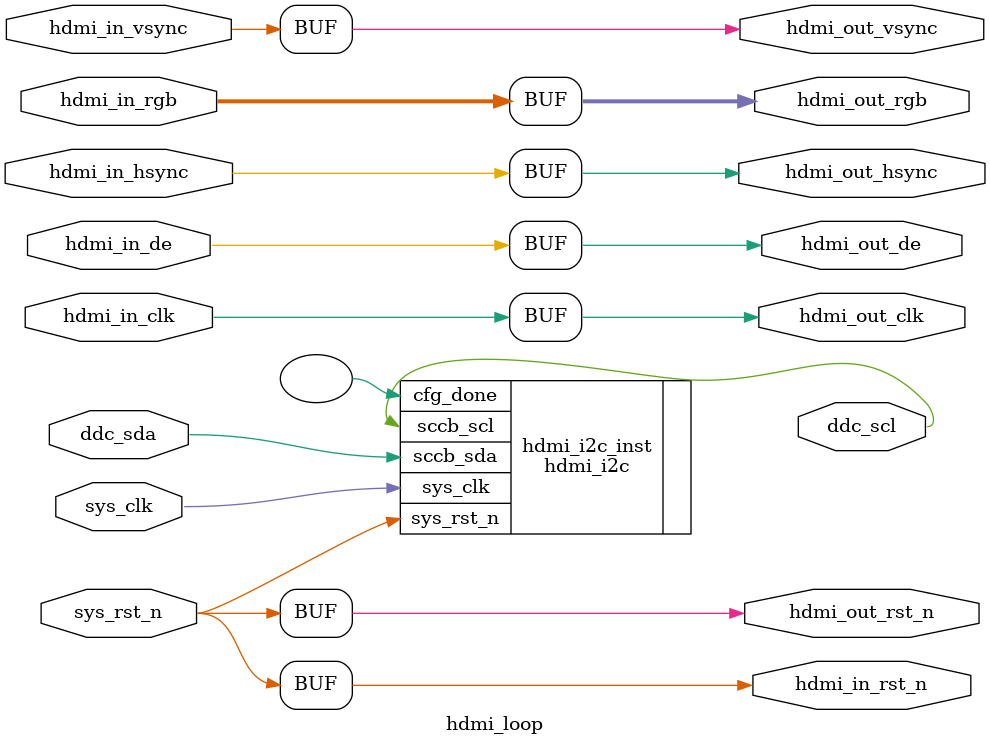
<source format=v>
`timescale  1ns/1ns

module  hdmi_loop
(
    input   wire            sys_clk     ,   //输入工作时钟,频率50MHz
    input   wire            sys_rst_n   ,   //输入复位信号,低电平有效

    output  wire            ddc_scl     ,
    inout   wire            ddc_sda     ,
    
    input  wire            hdmi_in_clk   /* synthesis PAP_MARK_DEBUG=”true” */,
    output wire            hdmi_in_rst_n /* synthesis PAP_MARK_DEBUG=”true” */,
    input  wire            hdmi_in_hsync /* synthesis PAP_MARK_DEBUG=”true” */,   //输出行同步信号
    input  wire            hdmi_in_vsync /* synthesis PAP_MARK_DEBUG=”true” */,   //输出场同步信号
    input  wire    [23:0]  hdmi_in_rgb   /* synthesis PAP_MARK_DEBUG=”true” */,   //输出像素信息
    input  wire            hdmi_in_de    /* synthesis PAP_MARK_DEBUG=”true” */,
    
    output  wire            hdmi_out_clk   /* synthesis PAP_MARK_DEBUG=”true” */,
    output  wire            hdmi_out_rst_n /* synthesis PAP_MARK_DEBUG=”true” */,
    output  wire            hdmi_out_hsync /* synthesis PAP_MARK_DEBUG=”true” */,   //输出行同步信号
    output  wire            hdmi_out_vsync /* synthesis PAP_MARK_DEBUG=”true” */,   //输出场同步信号
    output  wire    [23:0]  hdmi_out_rgb/* synthesis PAP_MARK_DEBUG=”true” */,   //输出像素信息
    output  wire            hdmi_out_de/* synthesis PAP_MARK_DEBUG=”true” */
);

//********************************************************************//
//****************** Parameter and Internal Signal *******************//
//********************************************************************//
assign  hdmi_out_clk   = hdmi_in_clk;
assign  hdmi_out_hsync = hdmi_in_hsync;
assign  hdmi_out_vsync = hdmi_in_vsync;
assign  hdmi_out_rgb   = hdmi_in_rgb;
assign  hdmi_out_de    = hdmi_in_de;
assign  hdmi_in_rst_n  = sys_rst_n;
assign  hdmi_out_rst_n = sys_rst_n;

//wire    clkout0/* synthesis PAP_MARK_DEBUG=”true” */;

/* always@(posedge sys_clk or negedge sys_rst_n)
    if(sys_rst_n == 1'b0)begin
        hdmi_out_clk    <=  1'b0;
        hdmi_out_hsync  <=  1'b0;
        hdmi_out_vsync  <=  1'b0;
        hdmi_out_rgb  <=  1'b0;
        hdmi_out_de  <=  1'b0;end
    else begin
        hdmi_out_clk    <=  hdmi_in_clk;
        hdmi_out_hsync  <=  hdmi_in_hsync;
        hdmi_out_vsync  <=  hdmi_in_vsync;
        hdmi_out_rgb  <=  hdmi_in_rgb;
        hdmi_out_de  <=  hdmi_in_de;end */

//********************************************************************//
//*************************** Instantiation **************************//
//********************************************************************//

/* pll the_instance_name (
  .clkout0(clkout0),    // output
  .lock(lock),          // output
  .clkin1(sys_clk)       // input
); */
hdmi_i2c hdmi_i2c_inst(
 .sys_clk   (sys_clk    )   ,   //系统时钟
 .sys_rst_n (sys_rst_n  )   ,   //复位信号
 .cfg_done  (           )   ,   //寄存器配置完成
 .sccb_scl  (ddc_scl    )   ,   //SCL
 .sccb_sda  (ddc_sda    )       //SDA

);



endmodule

</source>
